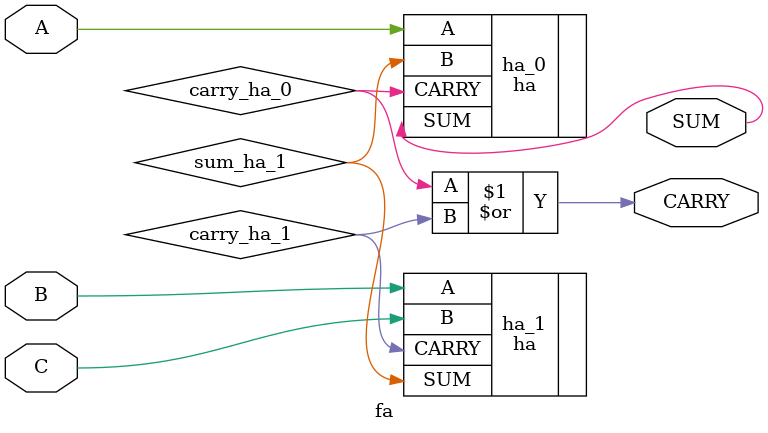
<source format=sv>
module fa (
  // inputs
  input  logic A, 
  input  logic B,
  input  logic C,
  // outputs
  output logic SUM,
  output logic CARRY
);
  // logic
  logic carry_ha_0;
  logic sum_ha_1;
  logic carry_ha_1;  

  ha ha_0 (
    .A     (A),
    .B     (sum_ha_1),
    .SUM   (SUM),
    .CARRY (carry_ha_0)
  );

  ha ha_1 (
    .A     (B),
    .B     (C),
    .SUM   (sum_ha_1),
    .CARRY (carry_ha_1)
  );

  or or_0 (CARRY, carry_ha_0, carry_ha_1);

endmodule

</source>
